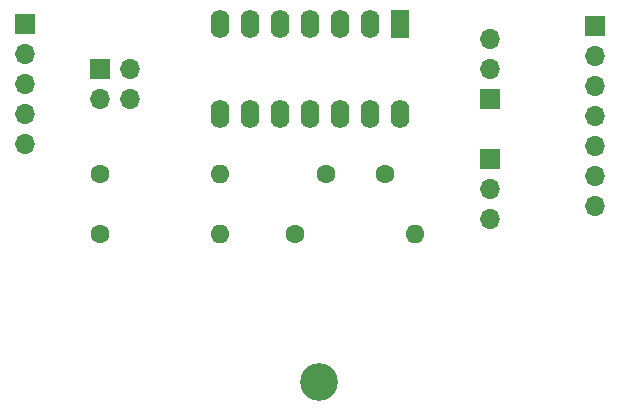
<source format=gts>
G04 #@! TF.GenerationSoftware,KiCad,Pcbnew,7.0.1-0*
G04 #@! TF.CreationDate,2024-06-17T20:01:34+02:00*
G04 #@! TF.ProjectId,1541_Diskettenlocher,31353431-5f44-4697-936b-657474656e6c,0.2.1*
G04 #@! TF.SameCoordinates,Original*
G04 #@! TF.FileFunction,Soldermask,Top*
G04 #@! TF.FilePolarity,Negative*
%FSLAX46Y46*%
G04 Gerber Fmt 4.6, Leading zero omitted, Abs format (unit mm)*
G04 Created by KiCad (PCBNEW 7.0.1-0) date 2024-06-17 20:01:34*
%MOMM*%
%LPD*%
G01*
G04 APERTURE LIST*
%ADD10R,1.700000X1.700000*%
%ADD11O,1.700000X1.700000*%
%ADD12C,1.600000*%
%ADD13O,1.600000X1.600000*%
%ADD14C,3.200000*%
%ADD15R,1.600000X2.400000*%
%ADD16O,1.600000X2.400000*%
G04 APERTURE END LIST*
D10*
X110490000Y-126985000D03*
D11*
X110490000Y-124445000D03*
X110490000Y-121905000D03*
D12*
X93980000Y-138430000D03*
D13*
X104140000Y-138430000D03*
D10*
X119380000Y-120808000D03*
D11*
X119380000Y-123348000D03*
X119380000Y-125888000D03*
X119380000Y-128428000D03*
X119380000Y-130968000D03*
X119380000Y-133508000D03*
X119380000Y-136048000D03*
D12*
X101600000Y-133350000D03*
X96600000Y-133350000D03*
D14*
X96000000Y-151000000D03*
D12*
X77470000Y-133350000D03*
D13*
X87630000Y-133350000D03*
D15*
X102870000Y-120650000D03*
D16*
X100330000Y-120650000D03*
X97790000Y-120650000D03*
X95250000Y-120650000D03*
X92710000Y-120650000D03*
X90170000Y-120650000D03*
X87630000Y-120650000D03*
X87630000Y-128270000D03*
X90170000Y-128270000D03*
X92710000Y-128270000D03*
X95250000Y-128270000D03*
X97790000Y-128270000D03*
X100330000Y-128270000D03*
X102870000Y-128270000D03*
D12*
X77470000Y-138430000D03*
D13*
X87630000Y-138430000D03*
D10*
X77470000Y-124460000D03*
D11*
X80010000Y-124460000D03*
X77470000Y-127000000D03*
X80010000Y-127000000D03*
D10*
X71120000Y-120650000D03*
D11*
X71120000Y-123190000D03*
X71120000Y-125730000D03*
X71120000Y-128270000D03*
X71120000Y-130810000D03*
D10*
X110490000Y-132080000D03*
D11*
X110490000Y-134620000D03*
X110490000Y-137160000D03*
M02*

</source>
